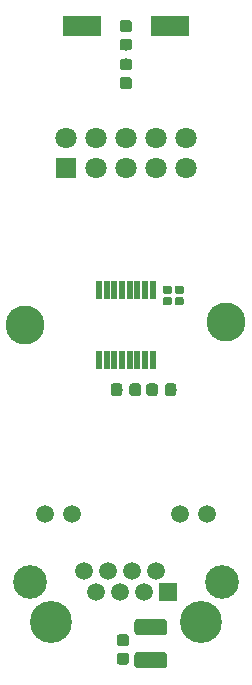
<source format=gbs>
G04 #@! TF.GenerationSoftware,KiCad,Pcbnew,5.1.2*
G04 #@! TF.CreationDate,2019-05-01T14:56:28-06:00*
G04 #@! TF.ProjectId,microphone_array_adapter_board,6d696372-6f70-4686-9f6e-655f61727261,1*
G04 #@! TF.SameCoordinates,PX826a3b0PY7270e00*
G04 #@! TF.FileFunction,Soldermask,Bot*
G04 #@! TF.FilePolarity,Negative*
%FSLAX46Y46*%
G04 Gerber Fmt 4.6, Leading zero omitted, Abs format (unit mm)*
G04 Created by KiCad (PCBNEW 5.1.2) date 2019-05-01 14:56:28*
%MOMM*%
%LPD*%
G04 APERTURE LIST*
%ADD10C,0.100000*%
%ADD11C,0.976600*%
%ADD12C,3.301600*%
%ADD13R,1.504800X1.504800*%
%ADD14C,1.504800*%
%ADD15C,2.854800*%
%ADD16C,3.554800*%
%ADD17C,1.804800*%
%ADD18R,1.804800X1.804800*%
%ADD19R,3.301600X1.701600*%
%ADD20C,1.351600*%
%ADD21C,0.691600*%
%ADD22R,0.551600X1.601600*%
G04 APERTURE END LIST*
D10*
G36*
X13305581Y25024624D02*
G01*
X13329281Y25021109D01*
X13352523Y25015287D01*
X13375082Y25007215D01*
X13396742Y24996971D01*
X13417292Y24984653D01*
X13436537Y24970381D01*
X13454290Y24954290D01*
X13470381Y24936537D01*
X13484653Y24917292D01*
X13496971Y24896742D01*
X13507215Y24875082D01*
X13515287Y24852523D01*
X13521109Y24829281D01*
X13524624Y24805581D01*
X13525800Y24781650D01*
X13525800Y24218350D01*
X13524624Y24194419D01*
X13521109Y24170719D01*
X13515287Y24147477D01*
X13507215Y24124918D01*
X13496971Y24103258D01*
X13484653Y24082708D01*
X13470381Y24063463D01*
X13454290Y24045710D01*
X13436537Y24029619D01*
X13417292Y24015347D01*
X13396742Y24003029D01*
X13375082Y23992785D01*
X13352523Y23984713D01*
X13329281Y23978891D01*
X13305581Y23975376D01*
X13281650Y23974200D01*
X12793350Y23974200D01*
X12769419Y23975376D01*
X12745719Y23978891D01*
X12722477Y23984713D01*
X12699918Y23992785D01*
X12678258Y24003029D01*
X12657708Y24015347D01*
X12638463Y24029619D01*
X12620710Y24045710D01*
X12604619Y24063463D01*
X12590347Y24082708D01*
X12578029Y24103258D01*
X12567785Y24124918D01*
X12559713Y24147477D01*
X12553891Y24170719D01*
X12550376Y24194419D01*
X12549200Y24218350D01*
X12549200Y24781650D01*
X12550376Y24805581D01*
X12553891Y24829281D01*
X12559713Y24852523D01*
X12567785Y24875082D01*
X12578029Y24896742D01*
X12590347Y24917292D01*
X12604619Y24936537D01*
X12620710Y24954290D01*
X12638463Y24970381D01*
X12657708Y24984653D01*
X12678258Y24996971D01*
X12699918Y25007215D01*
X12722477Y25015287D01*
X12745719Y25021109D01*
X12769419Y25024624D01*
X12793350Y25025800D01*
X13281650Y25025800D01*
X13305581Y25024624D01*
X13305581Y25024624D01*
G37*
D11*
X13037500Y24500000D03*
D10*
G36*
X11730581Y25024624D02*
G01*
X11754281Y25021109D01*
X11777523Y25015287D01*
X11800082Y25007215D01*
X11821742Y24996971D01*
X11842292Y24984653D01*
X11861537Y24970381D01*
X11879290Y24954290D01*
X11895381Y24936537D01*
X11909653Y24917292D01*
X11921971Y24896742D01*
X11932215Y24875082D01*
X11940287Y24852523D01*
X11946109Y24829281D01*
X11949624Y24805581D01*
X11950800Y24781650D01*
X11950800Y24218350D01*
X11949624Y24194419D01*
X11946109Y24170719D01*
X11940287Y24147477D01*
X11932215Y24124918D01*
X11921971Y24103258D01*
X11909653Y24082708D01*
X11895381Y24063463D01*
X11879290Y24045710D01*
X11861537Y24029619D01*
X11842292Y24015347D01*
X11821742Y24003029D01*
X11800082Y23992785D01*
X11777523Y23984713D01*
X11754281Y23978891D01*
X11730581Y23975376D01*
X11706650Y23974200D01*
X11218350Y23974200D01*
X11194419Y23975376D01*
X11170719Y23978891D01*
X11147477Y23984713D01*
X11124918Y23992785D01*
X11103258Y24003029D01*
X11082708Y24015347D01*
X11063463Y24029619D01*
X11045710Y24045710D01*
X11029619Y24063463D01*
X11015347Y24082708D01*
X11003029Y24103258D01*
X10992785Y24124918D01*
X10984713Y24147477D01*
X10978891Y24170719D01*
X10975376Y24194419D01*
X10974200Y24218350D01*
X10974200Y24781650D01*
X10975376Y24805581D01*
X10978891Y24829281D01*
X10984713Y24852523D01*
X10992785Y24875082D01*
X11003029Y24896742D01*
X11015347Y24917292D01*
X11029619Y24936537D01*
X11045710Y24954290D01*
X11063463Y24970381D01*
X11082708Y24984653D01*
X11103258Y24996971D01*
X11124918Y25007215D01*
X11147477Y25015287D01*
X11170719Y25021109D01*
X11194419Y25024624D01*
X11218350Y25025800D01*
X11706650Y25025800D01*
X11730581Y25024624D01*
X11730581Y25024624D01*
G37*
D11*
X11462500Y24500000D03*
D10*
G36*
X16305581Y25024624D02*
G01*
X16329281Y25021109D01*
X16352523Y25015287D01*
X16375082Y25007215D01*
X16396742Y24996971D01*
X16417292Y24984653D01*
X16436537Y24970381D01*
X16454290Y24954290D01*
X16470381Y24936537D01*
X16484653Y24917292D01*
X16496971Y24896742D01*
X16507215Y24875082D01*
X16515287Y24852523D01*
X16521109Y24829281D01*
X16524624Y24805581D01*
X16525800Y24781650D01*
X16525800Y24218350D01*
X16524624Y24194419D01*
X16521109Y24170719D01*
X16515287Y24147477D01*
X16507215Y24124918D01*
X16496971Y24103258D01*
X16484653Y24082708D01*
X16470381Y24063463D01*
X16454290Y24045710D01*
X16436537Y24029619D01*
X16417292Y24015347D01*
X16396742Y24003029D01*
X16375082Y23992785D01*
X16352523Y23984713D01*
X16329281Y23978891D01*
X16305581Y23975376D01*
X16281650Y23974200D01*
X15793350Y23974200D01*
X15769419Y23975376D01*
X15745719Y23978891D01*
X15722477Y23984713D01*
X15699918Y23992785D01*
X15678258Y24003029D01*
X15657708Y24015347D01*
X15638463Y24029619D01*
X15620710Y24045710D01*
X15604619Y24063463D01*
X15590347Y24082708D01*
X15578029Y24103258D01*
X15567785Y24124918D01*
X15559713Y24147477D01*
X15553891Y24170719D01*
X15550376Y24194419D01*
X15549200Y24218350D01*
X15549200Y24781650D01*
X15550376Y24805581D01*
X15553891Y24829281D01*
X15559713Y24852523D01*
X15567785Y24875082D01*
X15578029Y24896742D01*
X15590347Y24917292D01*
X15604619Y24936537D01*
X15620710Y24954290D01*
X15638463Y24970381D01*
X15657708Y24984653D01*
X15678258Y24996971D01*
X15699918Y25007215D01*
X15722477Y25015287D01*
X15745719Y25021109D01*
X15769419Y25024624D01*
X15793350Y25025800D01*
X16281650Y25025800D01*
X16305581Y25024624D01*
X16305581Y25024624D01*
G37*
D11*
X16037500Y24500000D03*
D10*
G36*
X14730581Y25024624D02*
G01*
X14754281Y25021109D01*
X14777523Y25015287D01*
X14800082Y25007215D01*
X14821742Y24996971D01*
X14842292Y24984653D01*
X14861537Y24970381D01*
X14879290Y24954290D01*
X14895381Y24936537D01*
X14909653Y24917292D01*
X14921971Y24896742D01*
X14932215Y24875082D01*
X14940287Y24852523D01*
X14946109Y24829281D01*
X14949624Y24805581D01*
X14950800Y24781650D01*
X14950800Y24218350D01*
X14949624Y24194419D01*
X14946109Y24170719D01*
X14940287Y24147477D01*
X14932215Y24124918D01*
X14921971Y24103258D01*
X14909653Y24082708D01*
X14895381Y24063463D01*
X14879290Y24045710D01*
X14861537Y24029619D01*
X14842292Y24015347D01*
X14821742Y24003029D01*
X14800082Y23992785D01*
X14777523Y23984713D01*
X14754281Y23978891D01*
X14730581Y23975376D01*
X14706650Y23974200D01*
X14218350Y23974200D01*
X14194419Y23975376D01*
X14170719Y23978891D01*
X14147477Y23984713D01*
X14124918Y23992785D01*
X14103258Y24003029D01*
X14082708Y24015347D01*
X14063463Y24029619D01*
X14045710Y24045710D01*
X14029619Y24063463D01*
X14015347Y24082708D01*
X14003029Y24103258D01*
X13992785Y24124918D01*
X13984713Y24147477D01*
X13978891Y24170719D01*
X13975376Y24194419D01*
X13974200Y24218350D01*
X13974200Y24781650D01*
X13975376Y24805581D01*
X13978891Y24829281D01*
X13984713Y24852523D01*
X13992785Y24875082D01*
X14003029Y24896742D01*
X14015347Y24917292D01*
X14029619Y24936537D01*
X14045710Y24954290D01*
X14063463Y24970381D01*
X14082708Y24984653D01*
X14103258Y24996971D01*
X14124918Y25007215D01*
X14147477Y25015287D01*
X14170719Y25021109D01*
X14194419Y25024624D01*
X14218350Y25025800D01*
X14706650Y25025800D01*
X14730581Y25024624D01*
X14730581Y25024624D01*
G37*
D11*
X14462500Y24500000D03*
D12*
X20750000Y30250000D03*
D13*
X15820000Y7360000D03*
D14*
X14800000Y9140000D03*
X13780000Y7360000D03*
X12770000Y9140000D03*
X11740000Y7360000D03*
X10720000Y9140000D03*
X9700000Y7360000D03*
X8680000Y9140000D03*
X5390000Y13960000D03*
X7680000Y13960000D03*
X16820000Y13960000D03*
X19110000Y13960000D03*
D15*
X4125000Y8250000D03*
X20375000Y8250000D03*
D16*
X5900000Y4820000D03*
X18600000Y4820000D03*
D17*
X17330000Y45820000D03*
X17330000Y43280000D03*
X14790000Y45820000D03*
X14790000Y43280000D03*
X12250000Y45820000D03*
X12250000Y43280000D03*
X9710000Y45820000D03*
X9710000Y43280000D03*
X7170000Y45820000D03*
D18*
X7170000Y43280000D03*
D19*
X8500000Y55250000D03*
X16000000Y55250000D03*
D12*
X3750000Y30000000D03*
D10*
G36*
X15481976Y5074498D02*
G01*
X15508217Y5070606D01*
X15533950Y5064160D01*
X15558927Y5055223D01*
X15582908Y5043881D01*
X15605662Y5030243D01*
X15626969Y5014440D01*
X15646625Y4996625D01*
X15664440Y4976969D01*
X15680243Y4955662D01*
X15693881Y4932908D01*
X15705223Y4908927D01*
X15714160Y4883950D01*
X15720606Y4858217D01*
X15724498Y4831976D01*
X15725800Y4805480D01*
X15725800Y3994520D01*
X15724498Y3968024D01*
X15720606Y3941783D01*
X15714160Y3916050D01*
X15705223Y3891073D01*
X15693881Y3867092D01*
X15680243Y3844338D01*
X15664440Y3823031D01*
X15646625Y3803375D01*
X15626969Y3785560D01*
X15605662Y3769757D01*
X15582908Y3756119D01*
X15558927Y3744777D01*
X15533950Y3735840D01*
X15508217Y3729394D01*
X15481976Y3725502D01*
X15455480Y3724200D01*
X13244520Y3724200D01*
X13218024Y3725502D01*
X13191783Y3729394D01*
X13166050Y3735840D01*
X13141073Y3744777D01*
X13117092Y3756119D01*
X13094338Y3769757D01*
X13073031Y3785560D01*
X13053375Y3803375D01*
X13035560Y3823031D01*
X13019757Y3844338D01*
X13006119Y3867092D01*
X12994777Y3891073D01*
X12985840Y3916050D01*
X12979394Y3941783D01*
X12975502Y3968024D01*
X12974200Y3994520D01*
X12974200Y4805480D01*
X12975502Y4831976D01*
X12979394Y4858217D01*
X12985840Y4883950D01*
X12994777Y4908927D01*
X13006119Y4932908D01*
X13019757Y4955662D01*
X13035560Y4976969D01*
X13053375Y4996625D01*
X13073031Y5014440D01*
X13094338Y5030243D01*
X13117092Y5043881D01*
X13141073Y5055223D01*
X13166050Y5064160D01*
X13191783Y5070606D01*
X13218024Y5074498D01*
X13244520Y5075800D01*
X15455480Y5075800D01*
X15481976Y5074498D01*
X15481976Y5074498D01*
G37*
D20*
X14350000Y4400000D03*
D10*
G36*
X15481976Y2274498D02*
G01*
X15508217Y2270606D01*
X15533950Y2264160D01*
X15558927Y2255223D01*
X15582908Y2243881D01*
X15605662Y2230243D01*
X15626969Y2214440D01*
X15646625Y2196625D01*
X15664440Y2176969D01*
X15680243Y2155662D01*
X15693881Y2132908D01*
X15705223Y2108927D01*
X15714160Y2083950D01*
X15720606Y2058217D01*
X15724498Y2031976D01*
X15725800Y2005480D01*
X15725800Y1194520D01*
X15724498Y1168024D01*
X15720606Y1141783D01*
X15714160Y1116050D01*
X15705223Y1091073D01*
X15693881Y1067092D01*
X15680243Y1044338D01*
X15664440Y1023031D01*
X15646625Y1003375D01*
X15626969Y985560D01*
X15605662Y969757D01*
X15582908Y956119D01*
X15558927Y944777D01*
X15533950Y935840D01*
X15508217Y929394D01*
X15481976Y925502D01*
X15455480Y924200D01*
X13244520Y924200D01*
X13218024Y925502D01*
X13191783Y929394D01*
X13166050Y935840D01*
X13141073Y944777D01*
X13117092Y956119D01*
X13094338Y969757D01*
X13073031Y985560D01*
X13053375Y1003375D01*
X13035560Y1023031D01*
X13019757Y1044338D01*
X13006119Y1067092D01*
X12994777Y1091073D01*
X12985840Y1116050D01*
X12979394Y1141783D01*
X12975502Y1168024D01*
X12974200Y1194520D01*
X12974200Y2005480D01*
X12975502Y2031976D01*
X12979394Y2058217D01*
X12985840Y2083950D01*
X12994777Y2108927D01*
X13006119Y2132908D01*
X13019757Y2155662D01*
X13035560Y2176969D01*
X13053375Y2196625D01*
X13073031Y2214440D01*
X13094338Y2230243D01*
X13117092Y2243881D01*
X13141073Y2255223D01*
X13166050Y2264160D01*
X13191783Y2270606D01*
X13218024Y2274498D01*
X13244520Y2275800D01*
X15455480Y2275800D01*
X15481976Y2274498D01*
X15481976Y2274498D01*
G37*
D20*
X14350000Y1600000D03*
D10*
G36*
X12305581Y3774624D02*
G01*
X12329281Y3771109D01*
X12352523Y3765287D01*
X12375082Y3757215D01*
X12396742Y3746971D01*
X12417292Y3734653D01*
X12436537Y3720381D01*
X12454290Y3704290D01*
X12470381Y3686537D01*
X12484653Y3667292D01*
X12496971Y3646742D01*
X12507215Y3625082D01*
X12515287Y3602523D01*
X12521109Y3579281D01*
X12524624Y3555581D01*
X12525800Y3531650D01*
X12525800Y3043350D01*
X12524624Y3019419D01*
X12521109Y2995719D01*
X12515287Y2972477D01*
X12507215Y2949918D01*
X12496971Y2928258D01*
X12484653Y2907708D01*
X12470381Y2888463D01*
X12454290Y2870710D01*
X12436537Y2854619D01*
X12417292Y2840347D01*
X12396742Y2828029D01*
X12375082Y2817785D01*
X12352523Y2809713D01*
X12329281Y2803891D01*
X12305581Y2800376D01*
X12281650Y2799200D01*
X11718350Y2799200D01*
X11694419Y2800376D01*
X11670719Y2803891D01*
X11647477Y2809713D01*
X11624918Y2817785D01*
X11603258Y2828029D01*
X11582708Y2840347D01*
X11563463Y2854619D01*
X11545710Y2870710D01*
X11529619Y2888463D01*
X11515347Y2907708D01*
X11503029Y2928258D01*
X11492785Y2949918D01*
X11484713Y2972477D01*
X11478891Y2995719D01*
X11475376Y3019419D01*
X11474200Y3043350D01*
X11474200Y3531650D01*
X11475376Y3555581D01*
X11478891Y3579281D01*
X11484713Y3602523D01*
X11492785Y3625082D01*
X11503029Y3646742D01*
X11515347Y3667292D01*
X11529619Y3686537D01*
X11545710Y3704290D01*
X11563463Y3720381D01*
X11582708Y3734653D01*
X11603258Y3746971D01*
X11624918Y3757215D01*
X11647477Y3765287D01*
X11670719Y3771109D01*
X11694419Y3774624D01*
X11718350Y3775800D01*
X12281650Y3775800D01*
X12305581Y3774624D01*
X12305581Y3774624D01*
G37*
D11*
X12000000Y3287500D03*
D10*
G36*
X12305581Y2199624D02*
G01*
X12329281Y2196109D01*
X12352523Y2190287D01*
X12375082Y2182215D01*
X12396742Y2171971D01*
X12417292Y2159653D01*
X12436537Y2145381D01*
X12454290Y2129290D01*
X12470381Y2111537D01*
X12484653Y2092292D01*
X12496971Y2071742D01*
X12507215Y2050082D01*
X12515287Y2027523D01*
X12521109Y2004281D01*
X12524624Y1980581D01*
X12525800Y1956650D01*
X12525800Y1468350D01*
X12524624Y1444419D01*
X12521109Y1420719D01*
X12515287Y1397477D01*
X12507215Y1374918D01*
X12496971Y1353258D01*
X12484653Y1332708D01*
X12470381Y1313463D01*
X12454290Y1295710D01*
X12436537Y1279619D01*
X12417292Y1265347D01*
X12396742Y1253029D01*
X12375082Y1242785D01*
X12352523Y1234713D01*
X12329281Y1228891D01*
X12305581Y1225376D01*
X12281650Y1224200D01*
X11718350Y1224200D01*
X11694419Y1225376D01*
X11670719Y1228891D01*
X11647477Y1234713D01*
X11624918Y1242785D01*
X11603258Y1253029D01*
X11582708Y1265347D01*
X11563463Y1279619D01*
X11545710Y1295710D01*
X11529619Y1313463D01*
X11515347Y1332708D01*
X11503029Y1353258D01*
X11492785Y1374918D01*
X11484713Y1397477D01*
X11478891Y1420719D01*
X11475376Y1444419D01*
X11474200Y1468350D01*
X11474200Y1956650D01*
X11475376Y1980581D01*
X11478891Y2004281D01*
X11484713Y2027523D01*
X11492785Y2050082D01*
X11503029Y2071742D01*
X11515347Y2092292D01*
X11529619Y2111537D01*
X11545710Y2129290D01*
X11563463Y2145381D01*
X11582708Y2159653D01*
X11603258Y2171971D01*
X11624918Y2182215D01*
X11647477Y2190287D01*
X11670719Y2196109D01*
X11694419Y2199624D01*
X11718350Y2200800D01*
X12281650Y2200800D01*
X12305581Y2199624D01*
X12305581Y2199624D01*
G37*
D11*
X12000000Y1712500D03*
D10*
G36*
X16980405Y32331399D02*
G01*
X16997189Y32328910D01*
X17013648Y32324787D01*
X17029624Y32319071D01*
X17044962Y32311816D01*
X17059516Y32303093D01*
X17073145Y32292986D01*
X17085717Y32281591D01*
X17097112Y32269019D01*
X17107219Y32255390D01*
X17115942Y32240836D01*
X17123197Y32225498D01*
X17128913Y32209522D01*
X17133036Y32193063D01*
X17135525Y32176279D01*
X17136358Y32159332D01*
X17136358Y31813532D01*
X17135525Y31796585D01*
X17133036Y31779801D01*
X17128913Y31763342D01*
X17123197Y31747366D01*
X17115942Y31732028D01*
X17107219Y31717474D01*
X17097112Y31703845D01*
X17085717Y31691273D01*
X17073145Y31679878D01*
X17059516Y31669771D01*
X17044962Y31661048D01*
X17029624Y31653793D01*
X17013648Y31648077D01*
X16997189Y31643954D01*
X16980405Y31641465D01*
X16963458Y31640632D01*
X16567658Y31640632D01*
X16550711Y31641465D01*
X16533927Y31643954D01*
X16517468Y31648077D01*
X16501492Y31653793D01*
X16486154Y31661048D01*
X16471600Y31669771D01*
X16457971Y31679878D01*
X16445399Y31691273D01*
X16434004Y31703845D01*
X16423897Y31717474D01*
X16415174Y31732028D01*
X16407919Y31747366D01*
X16402203Y31763342D01*
X16398080Y31779801D01*
X16395591Y31796585D01*
X16394758Y31813532D01*
X16394758Y32159332D01*
X16395591Y32176279D01*
X16398080Y32193063D01*
X16402203Y32209522D01*
X16407919Y32225498D01*
X16415174Y32240836D01*
X16423897Y32255390D01*
X16434004Y32269019D01*
X16445399Y32281591D01*
X16457971Y32292986D01*
X16471600Y32303093D01*
X16486154Y32311816D01*
X16501492Y32319071D01*
X16517468Y32324787D01*
X16533927Y32328910D01*
X16550711Y32331399D01*
X16567658Y32332232D01*
X16963458Y32332232D01*
X16980405Y32331399D01*
X16980405Y32331399D01*
G37*
D21*
X16765558Y31986432D03*
D10*
G36*
X16980405Y33301399D02*
G01*
X16997189Y33298910D01*
X17013648Y33294787D01*
X17029624Y33289071D01*
X17044962Y33281816D01*
X17059516Y33273093D01*
X17073145Y33262986D01*
X17085717Y33251591D01*
X17097112Y33239019D01*
X17107219Y33225390D01*
X17115942Y33210836D01*
X17123197Y33195498D01*
X17128913Y33179522D01*
X17133036Y33163063D01*
X17135525Y33146279D01*
X17136358Y33129332D01*
X17136358Y32783532D01*
X17135525Y32766585D01*
X17133036Y32749801D01*
X17128913Y32733342D01*
X17123197Y32717366D01*
X17115942Y32702028D01*
X17107219Y32687474D01*
X17097112Y32673845D01*
X17085717Y32661273D01*
X17073145Y32649878D01*
X17059516Y32639771D01*
X17044962Y32631048D01*
X17029624Y32623793D01*
X17013648Y32618077D01*
X16997189Y32613954D01*
X16980405Y32611465D01*
X16963458Y32610632D01*
X16567658Y32610632D01*
X16550711Y32611465D01*
X16533927Y32613954D01*
X16517468Y32618077D01*
X16501492Y32623793D01*
X16486154Y32631048D01*
X16471600Y32639771D01*
X16457971Y32649878D01*
X16445399Y32661273D01*
X16434004Y32673845D01*
X16423897Y32687474D01*
X16415174Y32702028D01*
X16407919Y32717366D01*
X16402203Y32733342D01*
X16398080Y32749801D01*
X16395591Y32766585D01*
X16394758Y32783532D01*
X16394758Y33129332D01*
X16395591Y33146279D01*
X16398080Y33163063D01*
X16402203Y33179522D01*
X16407919Y33195498D01*
X16415174Y33210836D01*
X16423897Y33225390D01*
X16434004Y33239019D01*
X16445399Y33251591D01*
X16457971Y33262986D01*
X16471600Y33273093D01*
X16486154Y33281816D01*
X16501492Y33289071D01*
X16517468Y33294787D01*
X16533927Y33298910D01*
X16550711Y33301399D01*
X16567658Y33302232D01*
X16963458Y33302232D01*
X16980405Y33301399D01*
X16980405Y33301399D01*
G37*
D21*
X16765558Y32956432D03*
D10*
G36*
X15980405Y33301399D02*
G01*
X15997189Y33298910D01*
X16013648Y33294787D01*
X16029624Y33289071D01*
X16044962Y33281816D01*
X16059516Y33273093D01*
X16073145Y33262986D01*
X16085717Y33251591D01*
X16097112Y33239019D01*
X16107219Y33225390D01*
X16115942Y33210836D01*
X16123197Y33195498D01*
X16128913Y33179522D01*
X16133036Y33163063D01*
X16135525Y33146279D01*
X16136358Y33129332D01*
X16136358Y32783532D01*
X16135525Y32766585D01*
X16133036Y32749801D01*
X16128913Y32733342D01*
X16123197Y32717366D01*
X16115942Y32702028D01*
X16107219Y32687474D01*
X16097112Y32673845D01*
X16085717Y32661273D01*
X16073145Y32649878D01*
X16059516Y32639771D01*
X16044962Y32631048D01*
X16029624Y32623793D01*
X16013648Y32618077D01*
X15997189Y32613954D01*
X15980405Y32611465D01*
X15963458Y32610632D01*
X15567658Y32610632D01*
X15550711Y32611465D01*
X15533927Y32613954D01*
X15517468Y32618077D01*
X15501492Y32623793D01*
X15486154Y32631048D01*
X15471600Y32639771D01*
X15457971Y32649878D01*
X15445399Y32661273D01*
X15434004Y32673845D01*
X15423897Y32687474D01*
X15415174Y32702028D01*
X15407919Y32717366D01*
X15402203Y32733342D01*
X15398080Y32749801D01*
X15395591Y32766585D01*
X15394758Y32783532D01*
X15394758Y33129332D01*
X15395591Y33146279D01*
X15398080Y33163063D01*
X15402203Y33179522D01*
X15407919Y33195498D01*
X15415174Y33210836D01*
X15423897Y33225390D01*
X15434004Y33239019D01*
X15445399Y33251591D01*
X15457971Y33262986D01*
X15471600Y33273093D01*
X15486154Y33281816D01*
X15501492Y33289071D01*
X15517468Y33294787D01*
X15533927Y33298910D01*
X15550711Y33301399D01*
X15567658Y33302232D01*
X15963458Y33302232D01*
X15980405Y33301399D01*
X15980405Y33301399D01*
G37*
D21*
X15765558Y32956432D03*
D10*
G36*
X15980405Y32331399D02*
G01*
X15997189Y32328910D01*
X16013648Y32324787D01*
X16029624Y32319071D01*
X16044962Y32311816D01*
X16059516Y32303093D01*
X16073145Y32292986D01*
X16085717Y32281591D01*
X16097112Y32269019D01*
X16107219Y32255390D01*
X16115942Y32240836D01*
X16123197Y32225498D01*
X16128913Y32209522D01*
X16133036Y32193063D01*
X16135525Y32176279D01*
X16136358Y32159332D01*
X16136358Y31813532D01*
X16135525Y31796585D01*
X16133036Y31779801D01*
X16128913Y31763342D01*
X16123197Y31747366D01*
X16115942Y31732028D01*
X16107219Y31717474D01*
X16097112Y31703845D01*
X16085717Y31691273D01*
X16073145Y31679878D01*
X16059516Y31669771D01*
X16044962Y31661048D01*
X16029624Y31653793D01*
X16013648Y31648077D01*
X15997189Y31643954D01*
X15980405Y31641465D01*
X15963458Y31640632D01*
X15567658Y31640632D01*
X15550711Y31641465D01*
X15533927Y31643954D01*
X15517468Y31648077D01*
X15501492Y31653793D01*
X15486154Y31661048D01*
X15471600Y31669771D01*
X15457971Y31679878D01*
X15445399Y31691273D01*
X15434004Y31703845D01*
X15423897Y31717474D01*
X15415174Y31732028D01*
X15407919Y31747366D01*
X15402203Y31763342D01*
X15398080Y31779801D01*
X15395591Y31796585D01*
X15394758Y31813532D01*
X15394758Y32159332D01*
X15395591Y32176279D01*
X15398080Y32193063D01*
X15402203Y32209522D01*
X15407919Y32225498D01*
X15415174Y32240836D01*
X15423897Y32255390D01*
X15434004Y32269019D01*
X15445399Y32281591D01*
X15457971Y32292986D01*
X15471600Y32303093D01*
X15486154Y32311816D01*
X15501492Y32319071D01*
X15517468Y32324787D01*
X15533927Y32328910D01*
X15550711Y32331399D01*
X15567658Y32332232D01*
X15963458Y32332232D01*
X15980405Y32331399D01*
X15980405Y32331399D01*
G37*
D21*
X15765558Y31986432D03*
D10*
G36*
X12555581Y50949624D02*
G01*
X12579281Y50946109D01*
X12602523Y50940287D01*
X12625082Y50932215D01*
X12646742Y50921971D01*
X12667292Y50909653D01*
X12686537Y50895381D01*
X12704290Y50879290D01*
X12720381Y50861537D01*
X12734653Y50842292D01*
X12746971Y50821742D01*
X12757215Y50800082D01*
X12765287Y50777523D01*
X12771109Y50754281D01*
X12774624Y50730581D01*
X12775800Y50706650D01*
X12775800Y50218350D01*
X12774624Y50194419D01*
X12771109Y50170719D01*
X12765287Y50147477D01*
X12757215Y50124918D01*
X12746971Y50103258D01*
X12734653Y50082708D01*
X12720381Y50063463D01*
X12704290Y50045710D01*
X12686537Y50029619D01*
X12667292Y50015347D01*
X12646742Y50003029D01*
X12625082Y49992785D01*
X12602523Y49984713D01*
X12579281Y49978891D01*
X12555581Y49975376D01*
X12531650Y49974200D01*
X11968350Y49974200D01*
X11944419Y49975376D01*
X11920719Y49978891D01*
X11897477Y49984713D01*
X11874918Y49992785D01*
X11853258Y50003029D01*
X11832708Y50015347D01*
X11813463Y50029619D01*
X11795710Y50045710D01*
X11779619Y50063463D01*
X11765347Y50082708D01*
X11753029Y50103258D01*
X11742785Y50124918D01*
X11734713Y50147477D01*
X11728891Y50170719D01*
X11725376Y50194419D01*
X11724200Y50218350D01*
X11724200Y50706650D01*
X11725376Y50730581D01*
X11728891Y50754281D01*
X11734713Y50777523D01*
X11742785Y50800082D01*
X11753029Y50821742D01*
X11765347Y50842292D01*
X11779619Y50861537D01*
X11795710Y50879290D01*
X11813463Y50895381D01*
X11832708Y50909653D01*
X11853258Y50921971D01*
X11874918Y50932215D01*
X11897477Y50940287D01*
X11920719Y50946109D01*
X11944419Y50949624D01*
X11968350Y50950800D01*
X12531650Y50950800D01*
X12555581Y50949624D01*
X12555581Y50949624D01*
G37*
D11*
X12250000Y50462500D03*
D10*
G36*
X12555581Y52524624D02*
G01*
X12579281Y52521109D01*
X12602523Y52515287D01*
X12625082Y52507215D01*
X12646742Y52496971D01*
X12667292Y52484653D01*
X12686537Y52470381D01*
X12704290Y52454290D01*
X12720381Y52436537D01*
X12734653Y52417292D01*
X12746971Y52396742D01*
X12757215Y52375082D01*
X12765287Y52352523D01*
X12771109Y52329281D01*
X12774624Y52305581D01*
X12775800Y52281650D01*
X12775800Y51793350D01*
X12774624Y51769419D01*
X12771109Y51745719D01*
X12765287Y51722477D01*
X12757215Y51699918D01*
X12746971Y51678258D01*
X12734653Y51657708D01*
X12720381Y51638463D01*
X12704290Y51620710D01*
X12686537Y51604619D01*
X12667292Y51590347D01*
X12646742Y51578029D01*
X12625082Y51567785D01*
X12602523Y51559713D01*
X12579281Y51553891D01*
X12555581Y51550376D01*
X12531650Y51549200D01*
X11968350Y51549200D01*
X11944419Y51550376D01*
X11920719Y51553891D01*
X11897477Y51559713D01*
X11874918Y51567785D01*
X11853258Y51578029D01*
X11832708Y51590347D01*
X11813463Y51604619D01*
X11795710Y51620710D01*
X11779619Y51638463D01*
X11765347Y51657708D01*
X11753029Y51678258D01*
X11742785Y51699918D01*
X11734713Y51722477D01*
X11728891Y51745719D01*
X11725376Y51769419D01*
X11724200Y51793350D01*
X11724200Y52281650D01*
X11725376Y52305581D01*
X11728891Y52329281D01*
X11734713Y52352523D01*
X11742785Y52375082D01*
X11753029Y52396742D01*
X11765347Y52417292D01*
X11779619Y52436537D01*
X11795710Y52454290D01*
X11813463Y52470381D01*
X11832708Y52484653D01*
X11853258Y52496971D01*
X11874918Y52507215D01*
X11897477Y52515287D01*
X11920719Y52521109D01*
X11944419Y52524624D01*
X11968350Y52525800D01*
X12531650Y52525800D01*
X12555581Y52524624D01*
X12555581Y52524624D01*
G37*
D11*
X12250000Y52037500D03*
D10*
G36*
X12555581Y55774624D02*
G01*
X12579281Y55771109D01*
X12602523Y55765287D01*
X12625082Y55757215D01*
X12646742Y55746971D01*
X12667292Y55734653D01*
X12686537Y55720381D01*
X12704290Y55704290D01*
X12720381Y55686537D01*
X12734653Y55667292D01*
X12746971Y55646742D01*
X12757215Y55625082D01*
X12765287Y55602523D01*
X12771109Y55579281D01*
X12774624Y55555581D01*
X12775800Y55531650D01*
X12775800Y55043350D01*
X12774624Y55019419D01*
X12771109Y54995719D01*
X12765287Y54972477D01*
X12757215Y54949918D01*
X12746971Y54928258D01*
X12734653Y54907708D01*
X12720381Y54888463D01*
X12704290Y54870710D01*
X12686537Y54854619D01*
X12667292Y54840347D01*
X12646742Y54828029D01*
X12625082Y54817785D01*
X12602523Y54809713D01*
X12579281Y54803891D01*
X12555581Y54800376D01*
X12531650Y54799200D01*
X11968350Y54799200D01*
X11944419Y54800376D01*
X11920719Y54803891D01*
X11897477Y54809713D01*
X11874918Y54817785D01*
X11853258Y54828029D01*
X11832708Y54840347D01*
X11813463Y54854619D01*
X11795710Y54870710D01*
X11779619Y54888463D01*
X11765347Y54907708D01*
X11753029Y54928258D01*
X11742785Y54949918D01*
X11734713Y54972477D01*
X11728891Y54995719D01*
X11725376Y55019419D01*
X11724200Y55043350D01*
X11724200Y55531650D01*
X11725376Y55555581D01*
X11728891Y55579281D01*
X11734713Y55602523D01*
X11742785Y55625082D01*
X11753029Y55646742D01*
X11765347Y55667292D01*
X11779619Y55686537D01*
X11795710Y55704290D01*
X11813463Y55720381D01*
X11832708Y55734653D01*
X11853258Y55746971D01*
X11874918Y55757215D01*
X11897477Y55765287D01*
X11920719Y55771109D01*
X11944419Y55774624D01*
X11968350Y55775800D01*
X12531650Y55775800D01*
X12555581Y55774624D01*
X12555581Y55774624D01*
G37*
D11*
X12250000Y55287500D03*
D10*
G36*
X12555581Y54199624D02*
G01*
X12579281Y54196109D01*
X12602523Y54190287D01*
X12625082Y54182215D01*
X12646742Y54171971D01*
X12667292Y54159653D01*
X12686537Y54145381D01*
X12704290Y54129290D01*
X12720381Y54111537D01*
X12734653Y54092292D01*
X12746971Y54071742D01*
X12757215Y54050082D01*
X12765287Y54027523D01*
X12771109Y54004281D01*
X12774624Y53980581D01*
X12775800Y53956650D01*
X12775800Y53468350D01*
X12774624Y53444419D01*
X12771109Y53420719D01*
X12765287Y53397477D01*
X12757215Y53374918D01*
X12746971Y53353258D01*
X12734653Y53332708D01*
X12720381Y53313463D01*
X12704290Y53295710D01*
X12686537Y53279619D01*
X12667292Y53265347D01*
X12646742Y53253029D01*
X12625082Y53242785D01*
X12602523Y53234713D01*
X12579281Y53228891D01*
X12555581Y53225376D01*
X12531650Y53224200D01*
X11968350Y53224200D01*
X11944419Y53225376D01*
X11920719Y53228891D01*
X11897477Y53234713D01*
X11874918Y53242785D01*
X11853258Y53253029D01*
X11832708Y53265347D01*
X11813463Y53279619D01*
X11795710Y53295710D01*
X11779619Y53313463D01*
X11765347Y53332708D01*
X11753029Y53353258D01*
X11742785Y53374918D01*
X11734713Y53397477D01*
X11728891Y53420719D01*
X11725376Y53444419D01*
X11724200Y53468350D01*
X11724200Y53956650D01*
X11725376Y53980581D01*
X11728891Y54004281D01*
X11734713Y54027523D01*
X11742785Y54050082D01*
X11753029Y54071742D01*
X11765347Y54092292D01*
X11779619Y54111537D01*
X11795710Y54129290D01*
X11813463Y54145381D01*
X11832708Y54159653D01*
X11853258Y54171971D01*
X11874918Y54182215D01*
X11897477Y54190287D01*
X11920719Y54196109D01*
X11944419Y54199624D01*
X11968350Y54200800D01*
X12531650Y54200800D01*
X12555581Y54199624D01*
X12555581Y54199624D01*
G37*
D11*
X12250000Y53712500D03*
D22*
X14525000Y27050000D03*
X13875000Y27050000D03*
X13225000Y27050000D03*
X12575000Y27050000D03*
X11925000Y27050000D03*
X11275000Y27050000D03*
X10625000Y27050000D03*
X9975000Y27050000D03*
X9975000Y32950000D03*
X10625000Y32950000D03*
X11275000Y32950000D03*
X11925000Y32950000D03*
X12575000Y32950000D03*
X13225000Y32950000D03*
X13875000Y32950000D03*
X14525000Y32950000D03*
M02*

</source>
